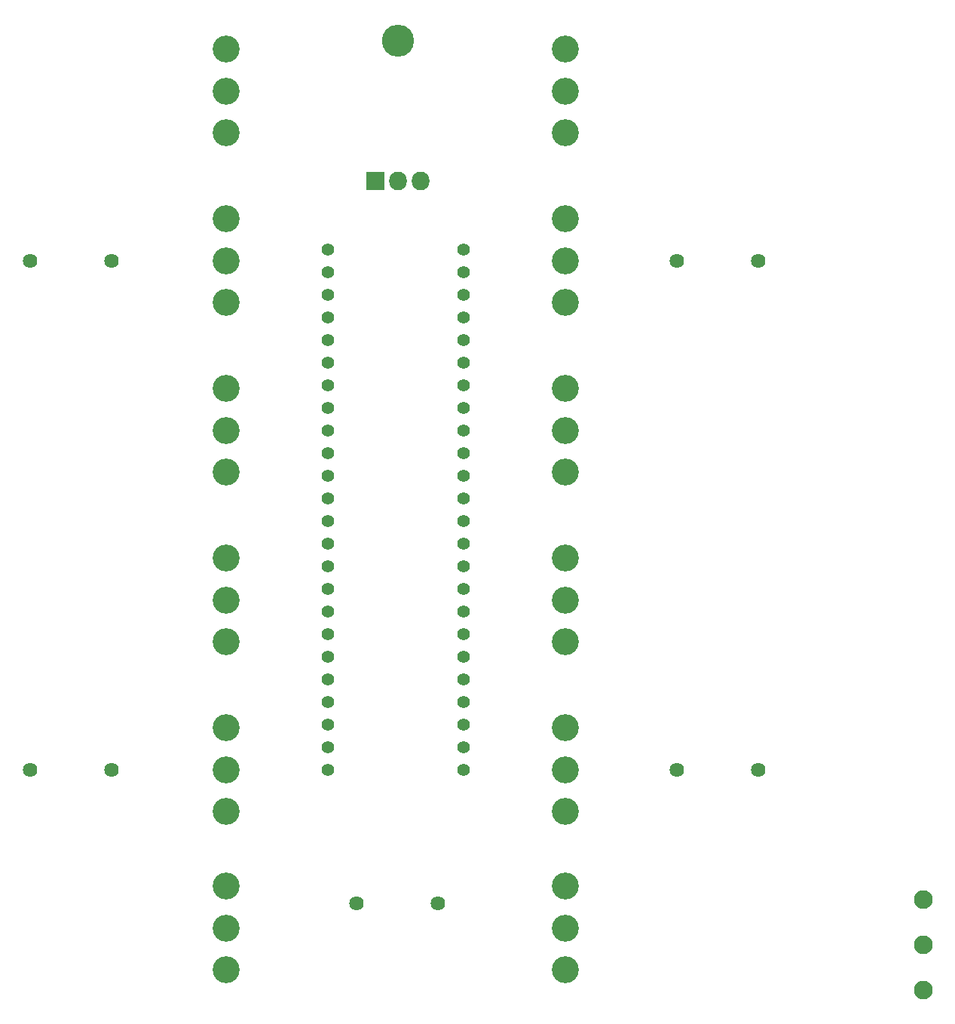
<source format=gbs>
%TF.GenerationSoftware,KiCad,Pcbnew,(5.1.6)-1*%
%TF.CreationDate,2020-09-21T22:47:23-04:00*%
%TF.ProjectId,Launchbox,4c61756e-6368-4626-9f78-2e6b69636164,Launchbox*%
%TF.SameCoordinates,Original*%
%TF.FileFunction,Soldermask,Bot*%
%TF.FilePolarity,Negative*%
%FSLAX46Y46*%
G04 Gerber Fmt 4.6, Leading zero omitted, Abs format (unit mm)*
G04 Created by KiCad (PCBNEW (5.1.6)-1) date 2020-09-21 22:47:23*
%MOMM*%
%LPD*%
G01*
G04 APERTURE LIST*
%ADD10C,1.422400*%
%ADD11C,3.022600*%
%ADD12C,1.625600*%
%ADD13O,3.601600X3.601600*%
%ADD14R,2.006600X2.101600*%
%ADD15O,2.006600X2.101600*%
%ADD16C,2.101600*%
G04 APERTURE END LIST*
D10*
%TO.C,U1*%
X96095000Y-130795000D03*
X96095000Y-128255000D03*
X96095000Y-125715000D03*
X96095000Y-123175000D03*
X96095000Y-120635000D03*
X96095000Y-118095000D03*
X96095000Y-115555000D03*
X96095000Y-113015000D03*
X96095000Y-110475000D03*
X96095000Y-107935000D03*
X96095000Y-105395000D03*
X96095000Y-102855000D03*
X96095000Y-100315000D03*
X96095000Y-97775000D03*
X96095000Y-95235000D03*
X96095000Y-92695000D03*
X96095000Y-90155000D03*
X96095000Y-87615000D03*
X96095000Y-85075000D03*
X96095000Y-82535000D03*
X96095000Y-79995000D03*
X96095000Y-77455000D03*
X96095000Y-74915000D03*
X96095000Y-72375000D03*
X111335000Y-130795000D03*
X111335000Y-128255000D03*
X111335000Y-125715000D03*
X111335000Y-123175000D03*
X111335000Y-120635000D03*
X111335000Y-118095000D03*
X111335000Y-115555000D03*
X111335000Y-113015000D03*
X111335000Y-110475000D03*
X111335000Y-107935000D03*
X111335000Y-105395000D03*
X111335000Y-102855000D03*
X111335000Y-100315000D03*
X111335000Y-97775000D03*
X111335000Y-95235000D03*
X111335000Y-92695000D03*
X111335000Y-90155000D03*
X111335000Y-87615000D03*
X111335000Y-85075000D03*
X111335000Y-82535000D03*
X111335000Y-79995000D03*
X111335000Y-77455000D03*
X111335000Y-74915000D03*
X111335000Y-72375000D03*
%TD*%
D11*
%TO.C,SW10*%
X122765000Y-78344000D03*
X122765000Y-73645000D03*
X122765000Y-68946000D03*
%TD*%
%TO.C,SW1*%
X84665000Y-49896000D03*
X84665000Y-54595000D03*
X84665000Y-59294000D03*
%TD*%
%TO.C,SW2*%
X84665000Y-78344000D03*
X84665000Y-73645000D03*
X84665000Y-68946000D03*
%TD*%
%TO.C,SW3*%
X84665000Y-87996000D03*
X84665000Y-92695000D03*
X84665000Y-97394000D03*
%TD*%
%TO.C,SW4*%
X84665000Y-116444000D03*
X84665000Y-111745000D03*
X84665000Y-107046000D03*
%TD*%
%TO.C,SW5*%
X84665000Y-126096000D03*
X84665000Y-130795000D03*
X84665000Y-135494000D03*
%TD*%
%TO.C,SW6*%
X84665000Y-153274000D03*
X84665000Y-148575000D03*
X84665000Y-143876000D03*
%TD*%
%TO.C,SW7*%
X122765000Y-135494000D03*
X122765000Y-130795000D03*
X122765000Y-126096000D03*
%TD*%
%TO.C,SW8*%
X122765000Y-107046000D03*
X122765000Y-111745000D03*
X122765000Y-116444000D03*
%TD*%
%TO.C,SW9*%
X122765000Y-87996000D03*
X122765000Y-92695000D03*
X122765000Y-97394000D03*
%TD*%
%TO.C,SW11*%
X122765000Y-49896000D03*
X122765000Y-54595000D03*
X122765000Y-59294000D03*
%TD*%
%TO.C,SW12*%
X122765000Y-143876000D03*
X122765000Y-148575000D03*
X122765000Y-153274000D03*
%TD*%
D12*
%TO.C,SW13*%
X99321000Y-145835000D03*
X108465000Y-145835000D03*
%TD*%
%TO.C,SW14*%
X62611000Y-73660000D03*
X71755000Y-73660000D03*
%TD*%
%TO.C,SW15*%
X71755000Y-130810000D03*
X62611000Y-130810000D03*
%TD*%
%TO.C,SW16*%
X144399000Y-130810000D03*
X135255000Y-130810000D03*
%TD*%
%TO.C,SW17*%
X135255000Y-73660000D03*
X144399000Y-73660000D03*
%TD*%
D13*
%TO.C,U2*%
X103980000Y-48910000D03*
D14*
X101440000Y-64710000D03*
D15*
X103980000Y-64710000D03*
X106520000Y-64710000D03*
%TD*%
D16*
%TO.C,U3*%
X162965000Y-145400000D03*
X162965000Y-150480000D03*
X162965000Y-155560000D03*
%TD*%
M02*

</source>
